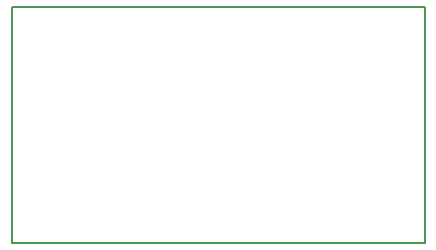
<source format=gm1>
%TF.GenerationSoftware,KiCad,Pcbnew,(6.0.8)*%
%TF.CreationDate,2022-12-16T18:18:29+01:00*%
%TF.ProjectId,Single-DCDC-Converter-Rev3,53696e67-6c65-42d4-9443-44432d436f6e,rev?*%
%TF.SameCoordinates,Original*%
%TF.FileFunction,Profile,NP*%
%FSLAX46Y46*%
G04 Gerber Fmt 4.6, Leading zero omitted, Abs format (unit mm)*
G04 Created by KiCad (PCBNEW (6.0.8)) date 2022-12-16 18:18:29*
%MOMM*%
%LPD*%
G01*
G04 APERTURE LIST*
%TA.AperFunction,Profile*%
%ADD10C,0.200000*%
%TD*%
G04 APERTURE END LIST*
D10*
X81240000Y-78355000D02*
X116240000Y-78355000D01*
X116240000Y-78355000D02*
X116240000Y-98355000D01*
X116240000Y-98355000D02*
X81240000Y-98355000D01*
X81240000Y-98355000D02*
X81240000Y-78355000D01*
M02*

</source>
